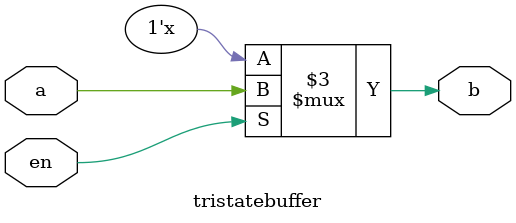
<source format=v>
`timescale 1ns / 1ps


module tristatebuffer(b,a,en);
output reg b;
input a,en;
always @ *
begin
if(en)
b=a;
else
b=1'bz;
end


endmodule

</source>
